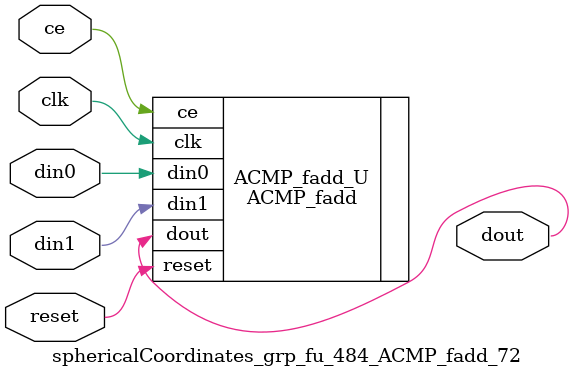
<source format=v>

`timescale 1 ns / 1 ps
module sphericalCoordinates_grp_fu_484_ACMP_fadd_72(
    clk,
    reset,
    ce,
    din0,
    din1,
    dout);

parameter ID = 32'd1;
parameter NUM_STAGE = 32'd1;
parameter din0_WIDTH = 32'd1;
parameter din1_WIDTH = 32'd1;
parameter dout_WIDTH = 32'd1;
input clk;
input reset;
input ce;
input[din0_WIDTH - 1:0] din0;
input[din1_WIDTH - 1:0] din1;
output[dout_WIDTH - 1:0] dout;



ACMP_fadd #(
.ID( ID ),
.NUM_STAGE( 4 ),
.din0_WIDTH( din0_WIDTH ),
.din1_WIDTH( din1_WIDTH ),
.dout_WIDTH( dout_WIDTH ))
ACMP_fadd_U(
    .clk( clk ),
    .reset( reset ),
    .ce( ce ),
    .din0( din0 ),
    .din1( din1 ),
    .dout( dout ));

endmodule

</source>
